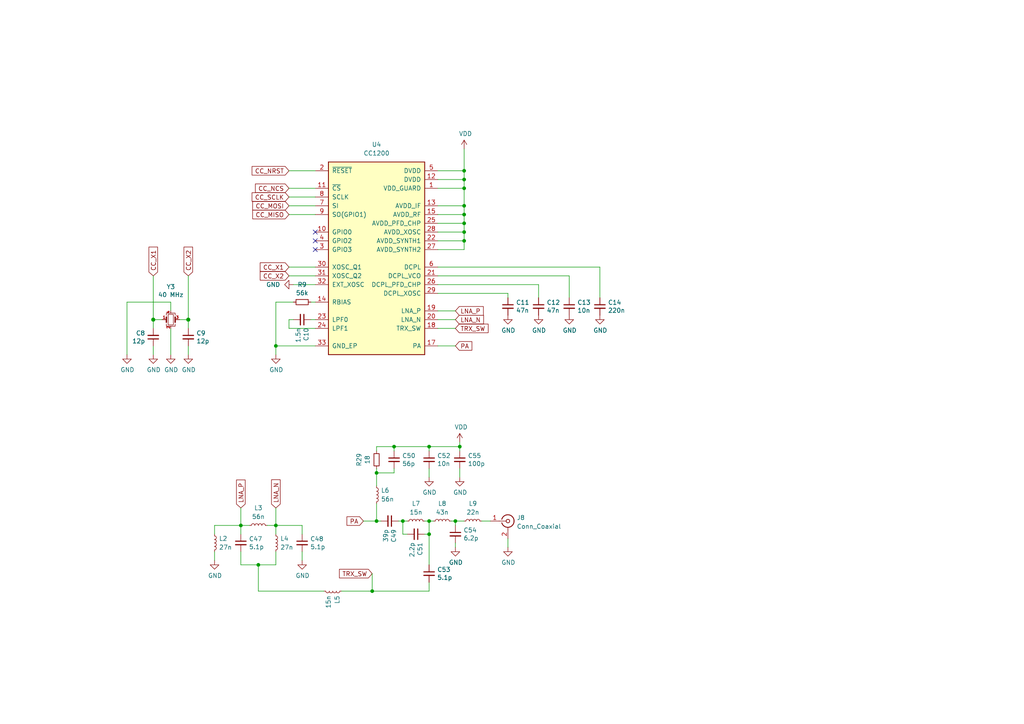
<source format=kicad_sch>
(kicad_sch (version 20211123) (generator eeschema)
  (paper "A4")
  (title_block (title "Mini17 - QRP M17 handheld") (date "2022-07-25") (rev "A") (company "M17 Project"))
  (lib_symbols
    (symbol "Connector:Conn_Coaxial" (pin_names (offset 1.016) hide)
      (property "Reference" "J" (at 0.254 3.048 0))
      (property "Value" "Conn_Coaxial" (at 2.921 0 90))
      (symbol "Conn_Coaxial_0_1"
        (arc (start -1.778 -0.508) (mid 0.2311 -1.8066) (end 1.778 0) (stroke (width 0.254)))
        (polyline (pts (xy -2.54 0) (xy -0.508 0)))
        (polyline (pts (xy 0 -2.54) (xy 0 -1.778)))
        (circle (center 0 0) (radius 0.508) (stroke (width 0.2032)))
        (arc (start 1.778 0) (mid 0.2099 1.8101) (end -1.778 0.508) (stroke (width 0.254)))
      )
      (symbol "Conn_Coaxial_1_1"
        (pin passive line (at -5.08 0 0) (length 2.54) (name "In") (number "1"))
        (pin passive line (at 0 -5.08 90) (length 2.54) (name "Ext") (number "2"))
      )
    )
    (symbol "Device:Crystal_GND24_Small" (pin_names (offset 1.016) hide)
      (property "Reference" "Y" (at 1.27 4.445 0))
      (property "Value" "Crystal_GND24_Small" (at 1.27 2.54 0))
      (symbol "Crystal_GND24_Small_0_1"
        (rectangle (start -0.762 -1.524) (end 0.762 1.524))
        (polyline (pts (xy -1.27 -0.762) (xy -1.27 0.762)) (stroke (width 0.381)))
        (polyline (pts (xy 1.27 -0.762) (xy 1.27 0.762)) (stroke (width 0.381)))
        (polyline (pts (xy -1.27 -1.27) (xy -1.27 -1.905) (xy 1.27 -1.905) (xy 1.27 -1.27)))
        (polyline (pts (xy -1.27 1.27) (xy -1.27 1.905) (xy 1.27 1.905) (xy 1.27 1.27)))
      )
      (symbol "Crystal_GND24_Small_1_1"
        (pin passive line (at -2.54 0 0) (length 1.27) (name "1") (number "1"))
        (pin passive line (at 0 -2.54 90) (length 0.635) (name "2") (number "2"))
        (pin passive line (at 2.54 0 180) (length 1.27) (name "3") (number "3"))
        (pin passive line (at 0 2.54 270) (length 0.635) (name "4") (number "4"))
      )
    )
    (symbol "Device:L_Small" (pin_numbers hide) (pin_names (offset 0.254) hide)
      (property "Reference" "L" (at 0.762 1.016 0))
      (property "Value" "L_Small" (at 0.762 -1.016 0))
      (symbol "L_Small_0_1"
        (arc (start 0 -2.032) (mid 0.508 -1.524) (end 0 -1.016))
        (arc (start 0 -1.016) (mid 0.508 -0.508) (end 0 0))
        (arc (start 0 0) (mid 0.508 0.508) (end 0 1.016))
        (arc (start 0 1.016) (mid 0.508 1.524) (end 0 2.032))
      )
      (symbol "L_Small_1_1"
        (pin passive line (at 0 2.54 270) (length 0.508) (name "~") (number "1"))
        (pin passive line (at 0 -2.54 90) (length 0.508) (name "~") (number "2"))
      )
    )
    (symbol "RF:CC1200" (pin_names (offset 1.016))
      (property "Reference" "U" (at -12.7 29.21 0))
      (property "Value" "CC1200" (at -10.16 -29.21 0))
      (symbol "CC1200_0_1"
        (rectangle (start -13.97 27.94) (end 13.97 -27.94) (stroke (width 0.254)) (fill (type background)))
      )
      (symbol "CC1200_1_1"
        (pin power_in line (at 17.78 20.32 180) (length 3.81) (name "VDD_GUARD") (number "1"))
        (pin bidirectional line (at -17.78 7.62 0) (length 3.81) (name "GPIO0") (number "10"))
        (pin input line (at -17.78 20.32 0) (length 3.81) (name "~{CS}") (number "11"))
        (pin power_in line (at 17.78 22.86 180) (length 3.81) (name "DVDD") (number "12"))
        (pin power_in line (at 17.78 15.24 180) (length 3.81) (name "AVDD_IF") (number "13"))
        (pin passive line (at -17.78 -12.7 0) (length 3.81) (name "RBIAS") (number "14"))
        (pin power_in line (at 17.78 12.7 180) (length 3.81) (name "AVDD_RF") (number "15"))
        (pin passive line (at 17.78 -25.4 180) (length 3.81) (name "PA") (number "17"))
        (pin passive line (at 17.78 -20.32 180) (length 3.81) (name "TRX_SW") (number "18"))
        (pin passive line (at 17.78 -15.24 180) (length 3.81) (name "LNA_P") (number "19"))
        (pin input line (at -17.78 25.4 0) (length 3.81) (name "~{RESET}") (number "2"))
        (pin passive line (at 17.78 -17.78 180) (length 3.81) (name "LNA_N") (number "20"))
        (pin power_out line (at 17.78 -5.08 180) (length 3.81) (name "DCPL_VCO") (number "21"))
        (pin power_in line (at 17.78 5.08 180) (length 3.81) (name "AVDD_SYNTH1") (number "22"))
        (pin passive line (at -17.78 -17.78 0) (length 3.81) (name "LPF0") (number "23"))
        (pin passive line (at -17.78 -20.32 0) (length 3.81) (name "LPF1") (number "24"))
        (pin power_in line (at 17.78 10.16 180) (length 3.81) (name "AVDD_PFD_CHP") (number "25"))
        (pin power_out line (at 17.78 -7.62 180) (length 3.81) (name "DCPL_PFD_CHP") (number "26"))
        (pin power_in line (at 17.78 2.54 180) (length 3.81) (name "AVDD_SYNTH2") (number "27"))
        (pin power_in line (at 17.78 7.62 180) (length 3.81) (name "AVDD_XOSC") (number "28"))
        (pin power_out line (at 17.78 -10.16 180) (length 3.81) (name "DCPL_XOSC") (number "29"))
        (pin bidirectional line (at -17.78 2.54 0) (length 3.81) (name "GPIO3") (number "3"))
        (pin passive line (at -17.78 -2.54 0) (length 3.81) (name "XOSC_Q1") (number "30"))
        (pin passive line (at -17.78 -5.08 0) (length 3.81) (name "XOSC_Q2") (number "31"))
        (pin input line (at -17.78 -7.62 0) (length 3.81) (name "EXT_XOSC") (number "32"))
        (pin power_in line (at -17.78 -25.4 0) (length 3.81) (name "GND_EP") (number "33"))
        (pin bidirectional line (at -17.78 5.08 0) (length 3.81) (name "GPIO2") (number "4"))
        (pin power_in line (at 17.78 25.4 180) (length 3.81) (name "DVDD") (number "5"))
        (pin power_out line (at 17.78 -2.54 180) (length 3.81) (name "DCPL") (number "6"))
        (pin input line (at -17.78 15.24 0) (length 3.81) (name "SI") (number "7"))
        (pin input line (at -17.78 17.78 0) (length 3.81) (name "SCLK") (number "8"))
        (pin bidirectional line (at -17.78 12.7 0) (length 3.81) (name "SO(GPIO1)") (number "9"))
      )
    )
    (symbol "pkl_device:pkl_C_Small" (pin_numbers hide) (pin_names (offset 0.254) hide)
      (property "Reference" "C" (at 0.254 1.778 0))
      (property "Value" "pkl_C_Small" (at 0.254 -2.032 0))
      (symbol "pkl_C_Small_0_1"
        (polyline (pts (xy -1.524 -0.508) (xy 1.524 -0.508)) (stroke (width 0.3302)))
        (polyline (pts (xy -1.524 0.508) (xy 1.524 0.508)) (stroke (width 0.3048)))
      )
      (symbol "pkl_C_Small_1_1"
        (pin passive line (at 0 2.54 270) (length 1.905) (name "~") (number "1"))
        (pin passive line (at 0 -2.54 90) (length 2.032) (name "~") (number "2"))
      )
    )
    (symbol "pkl_device:pkl_R_Small" (pin_numbers hide) (pin_names (offset 0.254) hide)
      (property "Reference" "R" (at 0.762 0.508 0))
      (property "Value" "pkl_R_Small" (at 0.762 -1.016 0))
      (symbol "pkl_R_Small_0_1"
        (rectangle (start -0.762 1.778) (end 0.762 -1.778) (stroke (width 0.2032)))
      )
      (symbol "pkl_R_Small_1_1"
        (pin passive line (at 0 2.54 270) (length 0.762) (name "~") (number "1"))
        (pin passive line (at 0 -2.54 90) (length 0.762) (name "~") (number "2"))
      )
    )
    (symbol "power:GND" (power) (pin_names (offset 0))
      (property "Value" "GND" (at 0 -3.81 0))
      (symbol "GND_0_1"
        (polyline (pts (xy 0 0) (xy 0 -1.27) (xy 1.27 -1.27) (xy 0 -2.54) (xy -1.27 -1.27) (xy 0 -1.27)))
      )
      (symbol "GND_1_1"
        (pin power_in line (at 0 0 270) (length 0) hide (name "GND") (number "1"))
      )
    )
    (symbol "power:VDD" (power) (pin_names (offset 0))
      (property "Value" "VDD" (at 0 3.81 0))
      (symbol "VDD_0_1"
        (polyline (pts (xy -0.762 1.27) (xy 0 2.54)))
        (polyline (pts (xy 0 0) (xy 0 2.54)))
        (polyline (pts (xy 0 2.54) (xy 0.762 1.27)))
      )
      (symbol "VDD_1_1"
        (pin power_in line (at 0 0 90) (length 0) hide (name "VDD") (number "1"))
      )
    )
  )
  (junction (at 134.62 59.69))
  (junction (at 134.62 52.07))
  (junction (at 114.3 129.54))
  (junction (at 134.62 69.85))
  (junction (at 124.46 154.94))
  (junction (at 54.61 92.71) (diameter 1.016))
  (junction (at 124.46 151.13))
  (junction (at 124.46 129.54))
  (junction (at 109.22 137.16))
  (junction (at 134.62 54.61))
  (junction (at 134.62 67.31))
  (junction (at 132.08 151.13))
  (junction (at 74.93 163.83))
  (junction (at 133.35 129.54))
  (junction (at 109.22 151.13))
  (junction (at 134.62 64.77))
  (junction (at 69.85 152.4))
  (junction (at 107.95 171.45))
  (junction (at 80.01 100.33))
  (junction (at 80.01 152.4))
  (junction (at 134.62 62.23))
  (junction (at 134.62 49.53))
  (junction (at 116.84 151.13))
  (junction (at 44.45 92.71) (diameter 1.016))
  (no_connect (at 91.44 67.31))
  (no_connect (at 91.44 69.85))
  (no_connect (at 91.44 72.39))
  (wire (pts (xy 134.62 54.61) (xy 134.62 59.69)))
  (wire (pts (xy 127 69.85) (xy 134.62 69.85)))
  (wire (pts (xy 124.46 130.81) (xy 124.46 129.54)))
  (wire (pts (xy 44.45 95.25) (xy 44.45 92.71)))
  (wire (pts (xy 80.01 100.33) (xy 80.01 102.87)))
  (wire (pts (xy 124.46 129.54) (xy 133.35 129.54)))
  (wire (pts (xy 127 100.33) (xy 132.08 100.33)))
  (wire (pts (xy 80.01 160.02) (xy 80.01 163.83)))
  (wire (pts (xy 80.01 152.4) (xy 87.63 152.4)))
  (wire (pts (xy 127 67.31) (xy 134.62 67.31)))
  (wire (pts (xy 133.35 128.27) (xy 133.35 129.54)))
  (wire (pts (xy 127 92.71) (xy 132.08 92.71)))
  (wire (pts (xy 124.46 135.89) (xy 124.46 138.43)))
  (wire (pts (xy 107.95 166.37) (xy 107.95 171.45)))
  (wire (pts (xy 69.85 160.02) (xy 69.85 163.83)))
  (wire (pts (xy 83.82 49.53) (xy 91.44 49.53)))
  (wire (pts (xy 127 64.77) (xy 134.62 64.77)))
  (wire (pts (xy 109.22 130.81) (xy 109.22 129.54)))
  (wire (pts (xy 124.46 154.94) (xy 124.46 163.83)))
  (wire (pts (xy 134.62 62.23) (xy 134.62 64.77)))
  (wire (pts (xy 139.7 151.13) (xy 142.24 151.13)))
  (wire (pts (xy 147.32 156.21) (xy 147.32 158.75)))
  (wire (pts (xy 83.82 57.15) (xy 91.44 57.15)))
  (wire (pts (xy 127 49.53) (xy 134.62 49.53)))
  (wire (pts (xy 49.53 90.17) (xy 49.53 87.63)))
  (wire (pts (xy 115.57 151.13) (xy 116.84 151.13)))
  (wire (pts (xy 93.98 171.45) (xy 74.93 171.45)))
  (wire (pts (xy 99.06 171.45) (xy 107.95 171.45)))
  (wire (pts (xy 156.21 86.36) (xy 156.21 82.55)))
  (wire (pts (xy 69.85 163.83) (xy 74.93 163.83)))
  (wire (pts (xy 80.01 87.63) (xy 80.01 100.33)))
  (wire (pts (xy 91.44 100.33) (xy 80.01 100.33)))
  (wire (pts (xy 44.45 92.71) (xy 46.99 92.71)))
  (wire (pts (xy 77.47 152.4) (xy 80.01 152.4)))
  (wire (pts (xy 105.41 151.13) (xy 109.22 151.13)))
  (wire (pts (xy 87.63 154.94) (xy 87.63 152.4)))
  (wire (pts (xy 83.82 59.69) (xy 91.44 59.69)))
  (wire (pts (xy 109.22 146.05) (xy 109.22 151.13)))
  (wire (pts (xy 127 52.07) (xy 134.62 52.07)))
  (wire (pts (xy 49.53 95.25) (xy 49.53 102.87)))
  (wire (pts (xy 147.32 85.09) (xy 147.32 86.36)))
  (wire (pts (xy 83.82 95.25) (xy 83.82 92.71)))
  (wire (pts (xy 90.17 87.63) (xy 91.44 87.63)))
  (wire (pts (xy 124.46 151.13) (xy 123.19 151.13)))
  (wire (pts (xy 36.83 87.63) (xy 36.83 102.87)))
  (wire (pts (xy 134.62 69.85) (xy 134.62 72.39)))
  (wire (pts (xy 116.84 151.13) (xy 118.11 151.13)))
  (wire (pts (xy 90.17 92.71) (xy 91.44 92.71)))
  (wire (pts (xy 127 80.01) (xy 165.1 80.01)))
  (wire (pts (xy 130.81 151.13) (xy 132.08 151.13)))
  (wire (pts (xy 107.95 171.45) (xy 124.46 171.45)))
  (wire (pts (xy 165.1 80.01) (xy 165.1 86.36)))
  (wire (pts (xy 127 72.39) (xy 134.62 72.39)))
  (wire (pts (xy 62.23 152.4) (xy 69.85 152.4)))
  (wire (pts (xy 127 82.55) (xy 156.21 82.55)))
  (wire (pts (xy 133.35 129.54) (xy 133.35 130.81)))
  (wire (pts (xy 134.62 52.07) (xy 134.62 54.61)))
  (wire (pts (xy 85.09 82.55) (xy 91.44 82.55)))
  (wire (pts (xy 91.44 95.25) (xy 83.82 95.25)))
  (wire (pts (xy 44.45 80.01) (xy 44.45 92.71)))
  (wire (pts (xy 74.93 171.45) (xy 74.93 163.83)))
  (wire (pts (xy 114.3 135.89) (xy 114.3 137.16)))
  (wire (pts (xy 123.19 154.94) (xy 124.46 154.94)))
  (wire (pts (xy 132.08 157.48) (xy 132.08 158.75)))
  (wire (pts (xy 114.3 129.54) (xy 114.3 130.81)))
  (wire (pts (xy 54.61 80.01) (xy 54.61 92.71)))
  (wire (pts (xy 114.3 129.54) (xy 124.46 129.54)))
  (wire (pts (xy 109.22 137.16) (xy 114.3 137.16)))
  (wire (pts (xy 116.84 154.94) (xy 116.84 151.13)))
  (wire (pts (xy 109.22 151.13) (xy 110.49 151.13)))
  (wire (pts (xy 134.62 43.18) (xy 134.62 49.53)))
  (wire (pts (xy 83.82 62.23) (xy 91.44 62.23)))
  (wire (pts (xy 87.63 160.02) (xy 87.63 162.56)))
  (wire (pts (xy 80.01 152.4) (xy 80.01 154.94)))
  (wire (pts (xy 127 90.17) (xy 132.08 90.17)))
  (wire (pts (xy 54.61 100.33) (xy 54.61 102.87)))
  (wire (pts (xy 173.99 77.47) (xy 173.99 86.36)))
  (wire (pts (xy 69.85 147.32) (xy 69.85 152.4)))
  (wire (pts (xy 127 62.23) (xy 134.62 62.23)))
  (wire (pts (xy 69.85 152.4) (xy 72.39 152.4)))
  (wire (pts (xy 85.09 87.63) (xy 80.01 87.63)))
  (wire (pts (xy 134.62 49.53) (xy 134.62 52.07)))
  (wire (pts (xy 52.07 92.71) (xy 54.61 92.71)))
  (wire (pts (xy 83.82 92.71) (xy 85.09 92.71)))
  (wire (pts (xy 124.46 154.94) (xy 124.46 151.13)))
  (wire (pts (xy 83.82 54.61) (xy 91.44 54.61)))
  (wire (pts (xy 74.93 163.83) (xy 80.01 163.83)))
  (wire (pts (xy 133.35 135.89) (xy 133.35 138.43)))
  (wire (pts (xy 134.62 59.69) (xy 134.62 62.23)))
  (wire (pts (xy 80.01 147.32) (xy 80.01 152.4)))
  (wire (pts (xy 127 95.25) (xy 132.08 95.25)))
  (wire (pts (xy 62.23 154.94) (xy 62.23 152.4)))
  (wire (pts (xy 134.62 67.31) (xy 134.62 69.85)))
  (wire (pts (xy 49.53 87.63) (xy 36.83 87.63)))
  (wire (pts (xy 124.46 151.13) (xy 125.73 151.13)))
  (wire (pts (xy 127 77.47) (xy 173.99 77.47)))
  (wire (pts (xy 83.82 80.01) (xy 91.44 80.01)))
  (wire (pts (xy 109.22 135.89) (xy 109.22 137.16)))
  (wire (pts (xy 127 54.61) (xy 134.62 54.61)))
  (wire (pts (xy 127 85.09) (xy 147.32 85.09)))
  (wire (pts (xy 134.62 64.77) (xy 134.62 67.31)))
  (wire (pts (xy 54.61 92.71) (xy 54.61 95.25)))
  (wire (pts (xy 124.46 171.45) (xy 124.46 168.91)))
  (wire (pts (xy 127 59.69) (xy 134.62 59.69)))
  (wire (pts (xy 62.23 160.02) (xy 62.23 162.56)))
  (wire (pts (xy 118.11 154.94) (xy 116.84 154.94)))
  (wire (pts (xy 44.45 100.33) (xy 44.45 102.87)))
  (wire (pts (xy 109.22 129.54) (xy 114.3 129.54)))
  (wire (pts (xy 109.22 137.16) (xy 109.22 140.97)))
  (wire (pts (xy 83.82 77.47) (xy 91.44 77.47)))
  (wire (pts (xy 132.08 151.13) (xy 134.62 151.13)))
  (wire (pts (xy 69.85 154.94) (xy 69.85 152.4)))
  (wire (pts (xy 132.08 151.13) (xy 132.08 152.4)))
  (global_label "LNA_P" (shape input) (at 69.85 147.32 90) (property "Intersheet References" "${INTERSHEET_REFS}" (effects hide)))
  (global_label "CC_X1" (shape input) (at 44.45 80.01 90) (property "Intersheet References" "${INTERSHEET_REFS}" (effects hide)))
  (global_label "LNA_N" (shape input) (at 80.01 147.32 90) (property "Intersheet References" "${INTERSHEET_REFS}" (effects hide)))
  (global_label "PA" (shape input) (at 105.41 151.13 180) (property "Intersheet References" "${INTERSHEET_REFS}" (effects hide)))
  (global_label "CC_NCS" (shape input) (at 83.82 54.61 180) (property "Intersheet References" "${INTERSHEET_REFS}" (effects hide)))
  (global_label "CC_X2" (shape input) (at 54.61 80.01 90) (property "Intersheet References" "${INTERSHEET_REFS}" (effects hide)))
  (global_label "CC_X1" (shape input) (at 83.82 77.47 180) (property "Intersheet References" "${INTERSHEET_REFS}" (effects hide)))
  (global_label "CC_X2" (shape input) (at 83.82 80.01 180) (property "Intersheet References" "${INTERSHEET_REFS}" (effects hide)))
  (global_label "CC_MOSI" (shape input) (at 83.82 59.69 180) (property "Intersheet References" "${INTERSHEET_REFS}" (effects hide)))
  (global_label "CC_NRST" (shape input) (at 83.82 49.53 180) (property "Intersheet References" "${INTERSHEET_REFS}" (effects hide)))
  (global_label "PA" (shape input) (at 132.08 100.33 0) (property "Intersheet References" "${INTERSHEET_REFS}" (effects hide)))
  (global_label "CC_SCLK" (shape input) (at 83.82 57.15 180) (property "Intersheet References" "${INTERSHEET_REFS}" (effects hide)))
  (global_label "LNA_P" (shape input) (at 132.08 90.17 0) (property "Intersheet References" "${INTERSHEET_REFS}" (effects hide)))
  (global_label "LNA_N" (shape input) (at 132.08 92.71 0) (property "Intersheet References" "${INTERSHEET_REFS}" (effects hide)))
  (global_label "TRX_SW" (shape input) (at 107.95 166.37 180) (property "Intersheet References" "${INTERSHEET_REFS}" (effects hide)))
  (global_label "TRX_SW" (shape input) (at 132.08 95.25 0) (property "Intersheet References" "${INTERSHEET_REFS}" (effects hide)))
  (global_label "CC_MISO" (shape input) (at 83.82 62.23 180) (property "Intersheet References" "${INTERSHEET_REFS}" (effects hide)))
  (symbol (lib_id "RF:CC1200") (at 109.22 74.93 0) (unit 1)
    (property "Reference" "U4" (at 109.22 41.91 0))
    (property "Value" "CC1200" (at 109.22 44.45 0))
    (property "Footprint" "Package_DFN_QFN:QFN-32-1EP_5x5mm_P0.5mm_EP3.45x3.45mm" (effects hide))
    (property "Datasheet" "http://www.ti.com/lit/ds/symlink/cc1200.pdf" (effects hide))
  )
  (symbol (lib_id "Device:Crystal_GND24_Small") (at 49.53 92.71 0) (unit 1)
    (property "Reference" "Y3" (at 49.53 83.185 0))
    (property "Value" "40 MHz" (at 49.53 85.4964 0))
    (property "Footprint" "Crystal:Crystal_SMD_3225-4Pin_3.2x2.5mm" (effects hide))
  )
  (symbol (lib_id "pkl_device:pkl_C_Small") (at 132.08 154.94 0) (unit 1)
    (property "Reference" "C54" (at 134.4168 153.7716 0) (effects (justify left)))
    (property "Value" "6.2p" (at 134.4168 156.083 0) (effects (justify left)))
    (property "Footprint" "Capacitor_SMD:C_0402_1005Metric" (effects hide))
  )
  (symbol (lib_id "power:GND") (at 44.45 102.87 0) (unit 1)
    (property "Reference" "#PWR0126" (effects hide))
    (property "Value" "GND" (at 44.577 107.2642 0))
  )
  (symbol (lib_id "pkl_device:pkl_C_Small") (at 173.99 88.9 0) (unit 1)
    (property "Reference" "C14" (at 176.3268 87.7316 0) (effects (justify left)))
    (property "Value" "220n" (at 176.3268 90.043 0) (effects (justify left)))
    (property "Footprint" "Capacitor_SMD:C_0402_1005Metric" (effects hide))
  )
  (symbol (lib_id "Device:L_Small") (at 128.27 151.13 90) (unit 1)
    (property "Reference" "L8" (at 128.27 146.05 90))
    (property "Value" "43n" (at 128.27 148.59 90))
    (property "Footprint" "Inductor_SMD:L_0402_1005Metric" (effects hide))
  )
  (symbol (lib_id "pkl_device:pkl_C_Small") (at 147.32 88.9 0) (unit 1)
    (property "Reference" "C11" (at 149.6568 87.7316 0) (effects (justify left)))
    (property "Value" "47n" (at 149.6568 90.043 0) (effects (justify left)))
    (property "Footprint" "Capacitor_SMD:C_0402_1005Metric" (effects hide))
  )
  (symbol (lib_id "power:GND") (at 173.99 91.44 0) (unit 1)
    (property "Reference" "#PWR0128" (effects hide))
    (property "Value" "GND" (at 174.117 95.8342 0))
  )
  (symbol (lib_id "pkl_device:pkl_C_Small") (at 124.46 166.37 0) (unit 1)
    (property "Reference" "C53" (at 126.7968 165.2016 0) (effects (justify left)))
    (property "Value" "5.1p" (at 126.7968 167.513 0) (effects (justify left)))
    (property "Footprint" "Capacitor_SMD:C_0402_1005Metric" (effects hide))
  )
  (symbol (lib_id "power:GND") (at 36.83 102.87 0) (unit 1)
    (property "Reference" "#PWR0127" (effects hide))
    (property "Value" "GND" (at 36.957 107.2642 0))
  )
  (symbol (lib_id "power:GND") (at 133.35 138.43 0) (unit 1)
    (property "Reference" "#PWR06" (effects hide))
    (property "Value" "GND" (at 133.477 142.8242 0))
  )
  (symbol (lib_id "Device:L_Small") (at 109.22 143.51 0) (unit 1)
    (property "Reference" "L6" (at 110.49 142.2399 0) (effects (justify left)))
    (property "Value" "56n" (at 110.49 144.7799 0) (effects (justify left)))
    (property "Footprint" "Inductor_SMD:L_0402_1005Metric" (effects hide))
  )
  (symbol (lib_id "Device:L_Small") (at 120.65 151.13 90) (unit 1)
    (property "Reference" "L7" (at 120.65 146.05 90))
    (property "Value" "15n" (at 120.65 148.59 90))
    (property "Footprint" "Inductor_SMD:L_0402_1005Metric" (effects hide))
  )
  (symbol (lib_id "power:VDD") (at 134.62 43.18 0) (unit 1)
    (property "Reference" "#PWR0130" (effects hide))
    (property "Value" "VDD" (at 135.001 38.7858 0))
  )
  (symbol (lib_id "power:GND") (at 147.32 91.44 0) (unit 1)
    (property "Reference" "#PWR0131" (effects hide))
    (property "Value" "GND" (at 147.447 95.8342 0))
  )
  (symbol (lib_id "Device:L_Small") (at 62.23 157.48 0) (unit 1)
    (property "Reference" "L2" (at 63.5 156.2099 0) (effects (justify left)))
    (property "Value" "27n" (at 63.5 158.7499 0) (effects (justify left)))
    (property "Footprint" "Inductor_SMD:L_0402_1005Metric" (effects hide))
  )
  (symbol (lib_id "Device:L_Small") (at 96.52 171.45 270) (unit 1)
    (property "Reference" "L5" (at 97.7901 172.72 0) (effects (justify left)))
    (property "Value" "15n" (at 95.2501 172.72 0) (effects (justify left)))
    (property "Footprint" "Inductor_SMD:L_0402_1005Metric" (effects hide))
  )
  (symbol (lib_id "pkl_device:pkl_C_Small") (at 114.3 133.35 0) (unit 1)
    (property "Reference" "C50" (at 116.6368 132.1816 0) (effects (justify left)))
    (property "Value" "56p" (at 116.6368 134.493 0) (effects (justify left)))
    (property "Footprint" "Capacitor_SMD:C_0402_1005Metric" (effects hide))
  )
  (symbol (lib_id "power:GND") (at 165.1 91.44 0) (unit 1)
    (property "Reference" "#PWR0129" (effects hide))
    (property "Value" "GND" (at 165.227 95.8342 0))
  )
  (symbol (lib_id "Device:L_Small") (at 74.93 152.4 90) (unit 1)
    (property "Reference" "L3" (at 74.93 147.32 90))
    (property "Value" "56n" (at 74.93 149.86 90))
    (property "Footprint" "Inductor_SMD:L_0402_1005Metric" (effects hide))
  )
  (symbol (lib_id "pkl_device:pkl_C_Small") (at 165.1 88.9 0) (unit 1)
    (property "Reference" "C13" (at 167.4368 87.7316 0) (effects (justify left)))
    (property "Value" "10n" (at 167.4368 90.043 0) (effects (justify left)))
    (property "Footprint" "Capacitor_SMD:C_0402_1005Metric" (effects hide))
  )
  (symbol (lib_id "pkl_device:pkl_C_Small") (at 120.65 154.94 270) (unit 1)
    (property "Reference" "C51" (at 121.8184 157.2768 0) (effects (justify left)))
    (property "Value" "2.2p" (at 119.507 157.2768 0) (effects (justify left)))
    (property "Footprint" "Capacitor_SMD:C_0402_1005Metric" (effects hide))
  )
  (symbol (lib_id "pkl_device:pkl_C_Small") (at 54.61 97.79 0) (unit 1)
    (property "Reference" "C9" (at 56.9468 96.6216 0) (effects (justify left)))
    (property "Value" "12p" (at 56.9468 98.933 0) (effects (justify left)))
    (property "Footprint" "Capacitor_SMD:C_0402_1005Metric" (effects hide))
  )
  (symbol (lib_id "pkl_device:pkl_R_Small") (at 87.63 87.63 270) (unit 1)
    (property "Reference" "R9" (at 87.63 82.55 90))
    (property "Value" "56k" (at 87.63 84.963 90))
    (property "Footprint" "Resistor_SMD:R_0402_1005Metric" (effects hide))
  )
  (symbol (lib_id "power:GND") (at 49.53 102.87 0) (unit 1)
    (property "Reference" "#PWR0123" (effects hide))
    (property "Value" "GND" (at 49.657 107.2642 0))
  )
  (symbol (lib_id "pkl_device:pkl_C_Small") (at 87.63 157.48 0) (unit 1)
    (property "Reference" "C48" (at 89.9668 156.3116 0) (effects (justify left)))
    (property "Value" "5.1p" (at 89.9668 158.623 0) (effects (justify left)))
    (property "Footprint" "Capacitor_SMD:C_0402_1005Metric" (effects hide))
  )
  (symbol (lib_id "Device:L_Small") (at 137.16 151.13 90) (unit 1)
    (property "Reference" "L9" (at 137.16 146.05 90))
    (property "Value" "22n" (at 137.16 148.59 90))
    (property "Footprint" "Inductor_SMD:L_0402_1005Metric" (effects hide))
  )
  (symbol (lib_id "power:GND") (at 156.21 91.44 0) (unit 1)
    (property "Reference" "#PWR0132" (effects hide))
    (property "Value" "GND" (at 156.337 95.8342 0))
  )
  (symbol (lib_id "pkl_device:pkl_C_Small") (at 124.46 133.35 0) (unit 1)
    (property "Reference" "C52" (at 126.7968 132.1816 0) (effects (justify left)))
    (property "Value" "10n" (at 126.7968 134.493 0) (effects (justify left)))
    (property "Footprint" "Capacitor_SMD:C_0402_1005Metric" (effects hide))
  )
  (symbol (lib_id "power:GND") (at 124.46 138.43 0) (unit 1)
    (property "Reference" "#PWR03" (effects hide))
    (property "Value" "GND" (at 124.587 142.8242 0))
  )
  (symbol (lib_id "power:GND") (at 85.09 82.55 270) (unit 1)
    (property "Reference" "#PWR014" (effects hide))
    (property "Value" "GND" (at 81.28 82.5499 90) (effects (justify right)))
  )
  (symbol (lib_id "power:GND") (at 54.61 102.87 0) (unit 1)
    (property "Reference" "#PWR0124" (effects hide))
    (property "Value" "GND" (at 54.737 107.2642 0))
  )
  (symbol (lib_id "pkl_device:pkl_C_Small") (at 156.21 88.9 0) (unit 1)
    (property "Reference" "C12" (at 158.5468 87.7316 0) (effects (justify left)))
    (property "Value" "47n" (at 158.5468 90.043 0) (effects (justify left)))
    (property "Footprint" "Capacitor_SMD:C_0402_1005Metric" (effects hide))
  )
  (symbol (lib_id "power:VDD") (at 133.35 128.27 0) (unit 1)
    (property "Reference" "#PWR05" (effects hide))
    (property "Value" "VDD" (at 133.731 123.8758 0))
  )
  (symbol (lib_id "pkl_device:pkl_C_Small") (at 87.63 92.71 270) (unit 1)
    (property "Reference" "C10" (at 88.7984 95.0468 0) (effects (justify left)))
    (property "Value" "1.5n" (at 86.487 95.0468 0) (effects (justify left)))
    (property "Footprint" "Capacitor_SMD:C_0402_1005Metric" (effects hide))
  )
  (symbol (lib_id "Connector:Conn_Coaxial") (at 147.32 151.13 0) (unit 1)
    (property "Reference" "J8" (at 149.86 150.1531 0) (effects (justify left)))
    (property "Value" "Conn_Coaxial" (at 149.86 152.6931 0) (effects (justify left)))
    (property "Footprint" "Connector_Coaxial:SMA_Amphenol_901-143_Horizontal" (effects hide))
    (property "Datasheet" " ~" (effects hide))
  )
  (symbol (lib_id "pkl_device:pkl_C_Small") (at 69.85 157.48 0) (unit 1)
    (property "Reference" "C47" (at 72.1868 156.3116 0) (effects (justify left)))
    (property "Value" "5.1p" (at 72.1868 158.623 0) (effects (justify left)))
    (property "Footprint" "Capacitor_SMD:C_0402_1005Metric" (effects hide))
  )
  (symbol (lib_id "power:GND") (at 132.08 158.75 0) (unit 1)
    (property "Reference" "#PWR04" (effects hide))
    (property "Value" "GND" (at 132.207 163.1442 0))
  )
  (symbol (lib_id "power:GND") (at 62.23 162.56 0) (unit 1)
    (property "Reference" "#PWR01" (effects hide))
    (property "Value" "GND" (at 62.357 166.9542 0))
  )
  (symbol (lib_id "power:GND") (at 80.01 102.87 0) (unit 1)
    (property "Reference" "#PWR0125" (effects hide))
    (property "Value" "GND" (at 80.137 107.2642 0))
  )
  (symbol (lib_id "pkl_device:pkl_C_Small") (at 113.03 151.13 270) (unit 1)
    (property "Reference" "C49" (at 114.1984 153.4668 0) (effects (justify left)))
    (property "Value" "39p" (at 111.887 153.4668 0) (effects (justify left)))
    (property "Footprint" "Capacitor_SMD:C_0402_1005Metric" (effects hide))
  )
  (symbol (lib_id "power:GND") (at 147.32 158.75 0) (unit 1)
    (property "Reference" "#PWR07" (effects hide))
    (property "Value" "GND" (at 147.447 163.1442 0))
  )
  (symbol (lib_id "pkl_device:pkl_C_Small") (at 44.45 97.79 0) (mirror x) (unit 1)
    (property "Reference" "C8" (at 42.1132 96.6216 0) (effects (justify right)))
    (property "Value" "12p" (at 42.1132 98.933 0) (effects (justify right)))
    (property "Footprint" "Capacitor_SMD:C_0402_1005Metric" (effects hide))
  )
  (symbol (lib_id "pkl_device:pkl_C_Small") (at 133.35 133.35 0) (unit 1)
    (property "Reference" "C55" (at 135.6868 132.1816 0) (effects (justify left)))
    (property "Value" "100p" (at 135.6868 134.493 0) (effects (justify left)))
    (property "Footprint" "Capacitor_SMD:C_0402_1005Metric" (effects hide))
  )
  (symbol (lib_id "pkl_device:pkl_R_Small") (at 109.22 133.35 0) (unit 1)
    (property "Reference" "R29" (at 104.14 133.35 90))
    (property "Value" "18" (at 106.553 133.35 90))
    (property "Footprint" "Resistor_SMD:R_0402_1005Metric" (effects hide))
  )
  (symbol (lib_id "power:GND") (at 87.63 162.56 0) (unit 1)
    (property "Reference" "#PWR02" (effects hide))
    (property "Value" "GND" (at 87.757 166.9542 0))
  )
  (symbol (lib_id "Device:L_Small") (at 80.01 157.48 0) (unit 1)
    (property "Reference" "L4" (at 81.28 156.2099 0) (effects (justify left)))
    (property "Value" "27n" (at 81.28 158.7499 0) (effects (justify left)))
    (property "Footprint" "Inductor_SMD:L_0402_1005Metric" (effects hide))
  )
)
</source>
